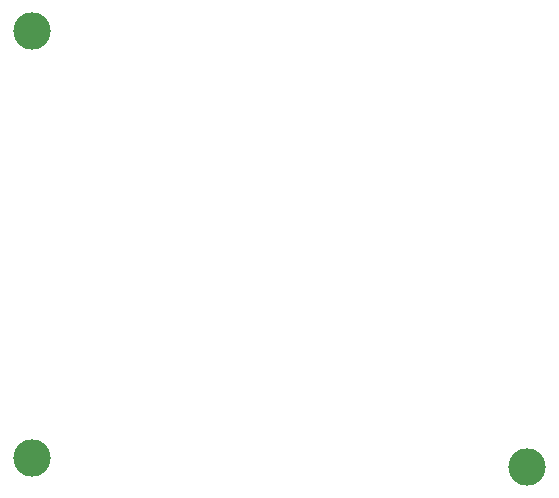
<source format=gbr>
%TF.GenerationSoftware,Novarm,DipTrace,3.3.0.1*%
%TF.CreationDate,2018-11-14T10:13:08-08:00*%
%FSLAX26Y26*%
%MOIN*%
%TF.FileFunction,NonPlated,1,2,NPTH,Drill*%
%TF.Part,Single*%
%TA.AperFunction,MechanicalDrill*%
%ADD46C,0.125*%
G75*
G01*
D46*
X530934Y1962243D3*
Y537393D3*
X2180760Y506146D3*
M02*

</source>
